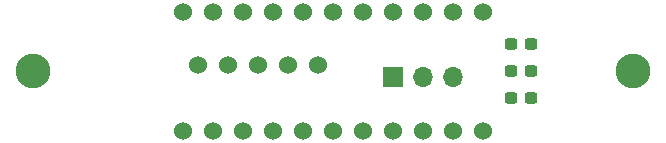
<source format=gbr>
%TF.GenerationSoftware,KiCad,Pcbnew,7.0.7*%
%TF.CreationDate,2023-11-02T23:28:56-05:00*%
%TF.ProjectId,CCD_Breakout,4343445f-4272-4656-916b-6f75742e6b69,rev?*%
%TF.SameCoordinates,Original*%
%TF.FileFunction,Soldermask,Bot*%
%TF.FilePolarity,Negative*%
%FSLAX46Y46*%
G04 Gerber Fmt 4.6, Leading zero omitted, Abs format (unit mm)*
G04 Created by KiCad (PCBNEW 7.0.7) date 2023-11-02 23:28:56*
%MOMM*%
%LPD*%
G01*
G04 APERTURE LIST*
G04 Aperture macros list*
%AMRoundRect*
0 Rectangle with rounded corners*
0 $1 Rounding radius*
0 $2 $3 $4 $5 $6 $7 $8 $9 X,Y pos of 4 corners*
0 Add a 4 corners polygon primitive as box body*
4,1,4,$2,$3,$4,$5,$6,$7,$8,$9,$2,$3,0*
0 Add four circle primitives for the rounded corners*
1,1,$1+$1,$2,$3*
1,1,$1+$1,$4,$5*
1,1,$1+$1,$6,$7*
1,1,$1+$1,$8,$9*
0 Add four rect primitives between the rounded corners*
20,1,$1+$1,$2,$3,$4,$5,0*
20,1,$1+$1,$4,$5,$6,$7,0*
20,1,$1+$1,$6,$7,$8,$9,0*
20,1,$1+$1,$8,$9,$2,$3,0*%
G04 Aperture macros list end*
%ADD10C,1.524000*%
%ADD11C,2.946400*%
%ADD12RoundRect,0.237500X0.300000X0.237500X-0.300000X0.237500X-0.300000X-0.237500X0.300000X-0.237500X0*%
%ADD13R,1.700000X1.700000*%
%ADD14O,1.700000X1.700000*%
G04 APERTURE END LIST*
D10*
%TO.C,U1*%
X55626000Y-32004000D03*
X58166000Y-32004000D03*
X60706000Y-32004000D03*
X63246000Y-32004000D03*
X65786000Y-32004000D03*
X68326000Y-32004000D03*
X70866000Y-32004000D03*
X73406000Y-32004000D03*
X75946000Y-32004000D03*
X78486000Y-32004000D03*
X81026000Y-32004000D03*
X81026000Y-22004000D03*
X78486000Y-22004000D03*
X75946000Y-22004000D03*
X73406000Y-22004000D03*
X70866000Y-22004000D03*
X68326000Y-22004000D03*
X65786000Y-22004000D03*
X63246000Y-22004000D03*
X60706000Y-22004000D03*
X58166000Y-22004000D03*
X55626000Y-22004000D03*
%TD*%
D11*
%TO.C,V2*%
X93726000Y-26924000D03*
%TD*%
%TO.C,V1*%
X42926000Y-26924000D03*
%TD*%
D12*
%TO.C,C3*%
X85090000Y-26924000D03*
X83365000Y-26924000D03*
%TD*%
%TO.C,C2*%
X85090000Y-29210000D03*
X83365000Y-29210000D03*
%TD*%
D10*
%TO.C,Conn1*%
X56896000Y-26416000D03*
X59436000Y-26416000D03*
X61976000Y-26416000D03*
X64516000Y-26416000D03*
X67056000Y-26416000D03*
%TD*%
D12*
%TO.C,C1*%
X85090000Y-24638000D03*
X83365000Y-24638000D03*
%TD*%
D13*
%TO.C,J1*%
X73406000Y-27432000D03*
D14*
X75946000Y-27432000D03*
X78486000Y-27432000D03*
%TD*%
M02*

</source>
